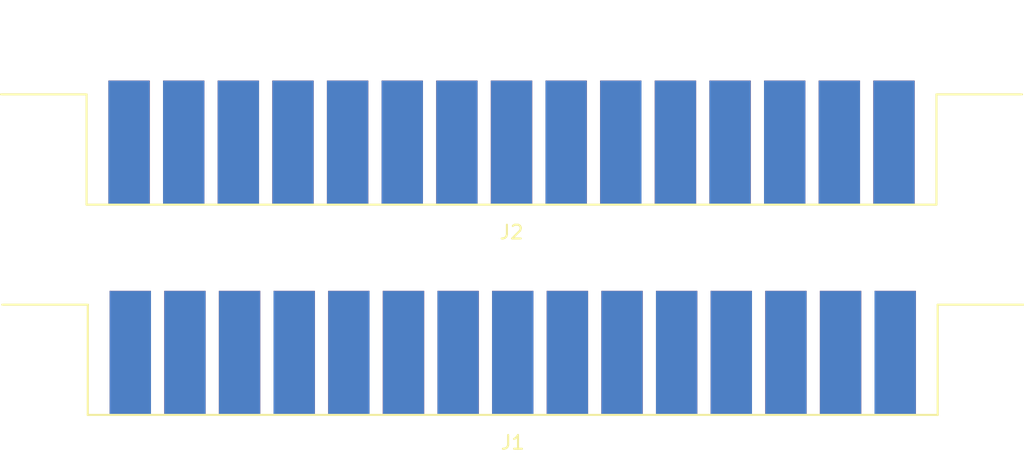
<source format=kicad_pcb>
(kicad_pcb (version 4) (host pcbnew 4.0.7-e2-6376~58~ubuntu17.04.1)

  (general
    (links 30)
    (no_connects 0)
    (area 0 0 0 0)
    (thickness 1.6)
    (drawings 0)
    (tracks 0)
    (zones 0)
    (modules 2)
    (nets 31)
  )

  (page A4)
  (layers
    (0 F.Cu signal)
    (31 B.Cu signal)
    (32 B.Adhes user)
    (33 F.Adhes user)
    (34 B.Paste user)
    (35 F.Paste user)
    (36 B.SilkS user)
    (37 F.SilkS user)
    (38 B.Mask user)
    (39 F.Mask user)
    (40 Dwgs.User user)
    (41 Cmts.User user)
    (42 Eco1.User user)
    (43 Eco2.User user)
    (44 Edge.Cuts user)
    (45 Margin user)
    (46 B.CrtYd user)
    (47 F.CrtYd user)
    (48 B.Fab user)
    (49 F.Fab user)
  )

  (setup
    (last_trace_width 0.25)
    (trace_clearance 0.2)
    (zone_clearance 0.508)
    (zone_45_only no)
    (trace_min 0.2)
    (segment_width 0.2)
    (edge_width 0.15)
    (via_size 0.6)
    (via_drill 0.4)
    (via_min_size 0.4)
    (via_min_drill 0.3)
    (uvia_size 0.3)
    (uvia_drill 0.1)
    (uvias_allowed no)
    (uvia_min_size 0.2)
    (uvia_min_drill 0.1)
    (pcb_text_width 0.3)
    (pcb_text_size 1.5 1.5)
    (mod_edge_width 0.15)
    (mod_text_size 1 1)
    (mod_text_width 0.15)
    (pad_size 1.524 1.524)
    (pad_drill 0.762)
    (pad_to_mask_clearance 0.2)
    (aux_axis_origin 0 0)
    (visible_elements FFFFFF7F)
    (pcbplotparams
      (layerselection 0x00030_80000001)
      (usegerberextensions false)
      (excludeedgelayer true)
      (linewidth 0.100000)
      (plotframeref false)
      (viasonmask false)
      (mode 1)
      (useauxorigin false)
      (hpglpennumber 1)
      (hpglpenspeed 20)
      (hpglpendiameter 15)
      (hpglpenoverlay 2)
      (psnegative false)
      (psa4output false)
      (plotreference true)
      (plotvalue true)
      (plotinvisibletext false)
      (padsonsilk false)
      (subtractmaskfromsilk false)
      (outputformat 1)
      (mirror false)
      (drillshape 1)
      (scaleselection 1)
      (outputdirectory ""))
  )

  (net 0 "")
  (net 1 CARD_1)
  (net 2 CARD_2)
  (net 3 CARD_3)
  (net 4 CARD_4)
  (net 5 CARD_5)
  (net 6 CARD_6)
  (net 7 CARD_7)
  (net 8 CARD_8)
  (net 9 CARD_9)
  (net 10 CARD_10)
  (net 11 CARD_11)
  (net 12 CARD_12)
  (net 13 CARD_13)
  (net 14 CARD_14)
  (net 15 CARD_15)
  (net 16 CARD_A)
  (net 17 CARD_B)
  (net 18 CARD_C)
  (net 19 CARD_D)
  (net 20 CARD_E)
  (net 21 CARD_F)
  (net 22 CARD_H)
  (net 23 CARD_J)
  (net 24 CARD_K)
  (net 25 CARD_L)
  (net 26 CARD_M)
  (net 27 CARD_N)
  (net 28 CARD_P)
  (net 29 CARD_R)
  (net 30 CARD_S)

  (net_class Default "This is the default net class."
    (clearance 0.2)
    (trace_width 0.25)
    (via_dia 0.6)
    (via_drill 0.4)
    (uvia_dia 0.3)
    (uvia_drill 0.1)
    (add_net CARD_1)
    (add_net CARD_10)
    (add_net CARD_11)
    (add_net CARD_12)
    (add_net CARD_13)
    (add_net CARD_14)
    (add_net CARD_15)
    (add_net CARD_2)
    (add_net CARD_3)
    (add_net CARD_4)
    (add_net CARD_5)
    (add_net CARD_6)
    (add_net CARD_7)
    (add_net CARD_8)
    (add_net CARD_9)
    (add_net CARD_A)
    (add_net CARD_B)
    (add_net CARD_C)
    (add_net CARD_D)
    (add_net CARD_E)
    (add_net CARD_F)
    (add_net CARD_H)
    (add_net CARD_J)
    (add_net CARD_K)
    (add_net CARD_L)
    (add_net CARD_M)
    (add_net CARD_N)
    (add_net CARD_P)
    (add_net CARD_R)
    (add_net CARD_S)
  )

  (module SquantorConnectors:card_edge_15pin396pitch (layer F.Cu) (tedit 5A0A17ED) (tstamp 5A0B83C6)
    (at 148.59 120.2615)
    (path /5A0A13D4)
    (fp_text reference J1 (at 0 10) (layer F.SilkS)
      (effects (font (size 1 1) (thickness 0.15)))
    )
    (fp_text value EDGE_15 (at 0 -6) (layer F.Fab)
      (effects (font (size 1 1) (thickness 0.15)))
    )
    (fp_line (start -30.8 0) (end -37 0) (layer F.SilkS) (width 0.15))
    (fp_line (start -30.8 8) (end -30.8 0) (layer F.SilkS) (width 0.15))
    (fp_line (start 30.8 0) (end 37 0) (layer F.SilkS) (width 0.15))
    (fp_line (start 30.8 0) (end 30.8 8) (layer F.SilkS) (width 0.15))
    (fp_line (start -30.8 8) (end 30.8 8) (layer F.SilkS) (width 0.15))
    (pad 1 smd rect (at -27.72 3.5) (size 3 9) (layers F.Cu F.Mask)
      (net 1 CARD_1))
    (pad 2 smd rect (at -23.76 3.5) (size 3 9) (layers F.Cu F.Mask)
      (net 2 CARD_2))
    (pad 3 smd rect (at -19.8 3.5) (size 3 9) (layers F.Cu F.Mask)
      (net 3 CARD_3))
    (pad 4 smd rect (at -15.84 3.5) (size 3 9) (layers F.Cu F.Mask)
      (net 4 CARD_4))
    (pad 5 smd rect (at -11.88 3.5) (size 3 9) (layers F.Cu F.Mask)
      (net 5 CARD_5))
    (pad 6 smd rect (at -7.92 3.5) (size 3 9) (layers F.Cu F.Mask)
      (net 6 CARD_6))
    (pad 7 smd rect (at -3.96 3.5) (size 3 9) (layers F.Cu F.Mask)
      (net 7 CARD_7))
    (pad 8 smd rect (at 0 3.5) (size 3 9) (layers F.Cu F.Mask)
      (net 8 CARD_8))
    (pad 9 smd rect (at 3.96 3.5) (size 3 9) (layers F.Cu F.Mask)
      (net 9 CARD_9))
    (pad 10 smd rect (at 7.92 3.5) (size 3 9) (layers F.Cu F.Mask)
      (net 10 CARD_10))
    (pad 11 smd rect (at 11.88 3.5) (size 3 9) (layers F.Cu F.Mask)
      (net 11 CARD_11))
    (pad 12 smd rect (at 15.84 3.5) (size 3 9) (layers F.Cu F.Mask)
      (net 12 CARD_12))
    (pad 13 smd rect (at 19.8 3.5) (size 3 9) (layers F.Cu F.Mask)
      (net 13 CARD_13))
    (pad 14 smd rect (at 23.76 3.5) (size 3 9) (layers F.Cu F.Mask)
      (net 14 CARD_14))
    (pad 15 smd rect (at 27.72 3.5) (size 3 9) (layers F.Cu F.Mask)
      (net 15 CARD_15))
    (pad A smd rect (at -27.72 3.5) (size 3 9) (layers B.Cu B.Mask)
      (net 16 CARD_A))
    (pad B smd rect (at -23.76 3.5) (size 3 9) (layers B.Cu B.Mask)
      (net 17 CARD_B))
    (pad C smd rect (at -19.8 3.5) (size 3 9) (layers B.Cu B.Mask)
      (net 18 CARD_C))
    (pad D smd rect (at -15.84 3.5) (size 3 9) (layers B.Cu B.Mask)
      (net 19 CARD_D))
    (pad E smd rect (at -11.88 3.5) (size 3 9) (layers B.Cu B.Mask)
      (net 20 CARD_E))
    (pad F smd rect (at -7.92 3.5) (size 3 9) (layers B.Cu B.Mask)
      (net 21 CARD_F))
    (pad H smd rect (at -3.96 3.5) (size 3 9) (layers B.Cu B.Mask)
      (net 22 CARD_H))
    (pad J smd rect (at 0 3.5) (size 3 9) (layers B.Cu B.Mask)
      (net 23 CARD_J))
    (pad K smd rect (at 3.96 3.5) (size 3 9) (layers B.Cu B.Mask)
      (net 24 CARD_K))
    (pad L smd rect (at 7.92 3.5) (size 3 9) (layers B.Cu B.Mask)
      (net 25 CARD_L))
    (pad M smd rect (at 11.88 3.5) (size 3 9) (layers B.Cu B.Mask)
      (net 26 CARD_M))
    (pad N smd rect (at 15.84 3.5) (size 3 9) (layers B.Cu B.Mask)
      (net 27 CARD_N))
    (pad P smd rect (at 19.8 3.5) (size 3 9) (layers B.Cu B.Mask)
      (net 28 CARD_P))
    (pad R smd rect (at 23.76 3.5) (size 3 9) (layers B.Cu B.Mask)
      (net 29 CARD_R))
    (pad S smd rect (at 27.72 3.5) (size 3 9) (layers B.Cu B.Mask)
      (net 30 CARD_S))
  )

  (module SquantorConnectors:card_edge_15pin396pitch (layer F.Cu) (tedit 5A0A17ED) (tstamp 5A0B83ED)
    (at 148.5011 105.0036)
    (path /5A0A1718)
    (fp_text reference J2 (at 0 10) (layer F.SilkS)
      (effects (font (size 1 1) (thickness 0.15)))
    )
    (fp_text value EDGE_15 (at 0 -6) (layer F.Fab)
      (effects (font (size 1 1) (thickness 0.15)))
    )
    (fp_line (start -30.8 0) (end -37 0) (layer F.SilkS) (width 0.15))
    (fp_line (start -30.8 8) (end -30.8 0) (layer F.SilkS) (width 0.15))
    (fp_line (start 30.8 0) (end 37 0) (layer F.SilkS) (width 0.15))
    (fp_line (start 30.8 0) (end 30.8 8) (layer F.SilkS) (width 0.15))
    (fp_line (start -30.8 8) (end 30.8 8) (layer F.SilkS) (width 0.15))
    (pad 1 smd rect (at -27.72 3.5) (size 3 9) (layers F.Cu F.Mask)
      (net 1 CARD_1))
    (pad 2 smd rect (at -23.76 3.5) (size 3 9) (layers F.Cu F.Mask)
      (net 2 CARD_2))
    (pad 3 smd rect (at -19.8 3.5) (size 3 9) (layers F.Cu F.Mask)
      (net 3 CARD_3))
    (pad 4 smd rect (at -15.84 3.5) (size 3 9) (layers F.Cu F.Mask)
      (net 4 CARD_4))
    (pad 5 smd rect (at -11.88 3.5) (size 3 9) (layers F.Cu F.Mask)
      (net 5 CARD_5))
    (pad 6 smd rect (at -7.92 3.5) (size 3 9) (layers F.Cu F.Mask)
      (net 6 CARD_6))
    (pad 7 smd rect (at -3.96 3.5) (size 3 9) (layers F.Cu F.Mask)
      (net 7 CARD_7))
    (pad 8 smd rect (at 0 3.5) (size 3 9) (layers F.Cu F.Mask)
      (net 8 CARD_8))
    (pad 9 smd rect (at 3.96 3.5) (size 3 9) (layers F.Cu F.Mask)
      (net 9 CARD_9))
    (pad 10 smd rect (at 7.92 3.5) (size 3 9) (layers F.Cu F.Mask)
      (net 10 CARD_10))
    (pad 11 smd rect (at 11.88 3.5) (size 3 9) (layers F.Cu F.Mask)
      (net 11 CARD_11))
    (pad 12 smd rect (at 15.84 3.5) (size 3 9) (layers F.Cu F.Mask)
      (net 12 CARD_12))
    (pad 13 smd rect (at 19.8 3.5) (size 3 9) (layers F.Cu F.Mask)
      (net 13 CARD_13))
    (pad 14 smd rect (at 23.76 3.5) (size 3 9) (layers F.Cu F.Mask)
      (net 14 CARD_14))
    (pad 15 smd rect (at 27.72 3.5) (size 3 9) (layers F.Cu F.Mask)
      (net 15 CARD_15))
    (pad A smd rect (at -27.72 3.5) (size 3 9) (layers B.Cu B.Mask)
      (net 16 CARD_A))
    (pad B smd rect (at -23.76 3.5) (size 3 9) (layers B.Cu B.Mask)
      (net 17 CARD_B))
    (pad C smd rect (at -19.8 3.5) (size 3 9) (layers B.Cu B.Mask)
      (net 18 CARD_C))
    (pad D smd rect (at -15.84 3.5) (size 3 9) (layers B.Cu B.Mask)
      (net 19 CARD_D))
    (pad E smd rect (at -11.88 3.5) (size 3 9) (layers B.Cu B.Mask)
      (net 20 CARD_E))
    (pad F smd rect (at -7.92 3.5) (size 3 9) (layers B.Cu B.Mask)
      (net 21 CARD_F))
    (pad H smd rect (at -3.96 3.5) (size 3 9) (layers B.Cu B.Mask)
      (net 22 CARD_H))
    (pad J smd rect (at 0 3.5) (size 3 9) (layers B.Cu B.Mask)
      (net 23 CARD_J))
    (pad K smd rect (at 3.96 3.5) (size 3 9) (layers B.Cu B.Mask)
      (net 24 CARD_K))
    (pad L smd rect (at 7.92 3.5) (size 3 9) (layers B.Cu B.Mask)
      (net 25 CARD_L))
    (pad M smd rect (at 11.88 3.5) (size 3 9) (layers B.Cu B.Mask)
      (net 26 CARD_M))
    (pad N smd rect (at 15.84 3.5) (size 3 9) (layers B.Cu B.Mask)
      (net 27 CARD_N))
    (pad P smd rect (at 19.8 3.5) (size 3 9) (layers B.Cu B.Mask)
      (net 28 CARD_P))
    (pad R smd rect (at 23.76 3.5) (size 3 9) (layers B.Cu B.Mask)
      (net 29 CARD_R))
    (pad S smd rect (at 27.72 3.5) (size 3 9) (layers B.Cu B.Mask)
      (net 30 CARD_S))
  )

)

</source>
